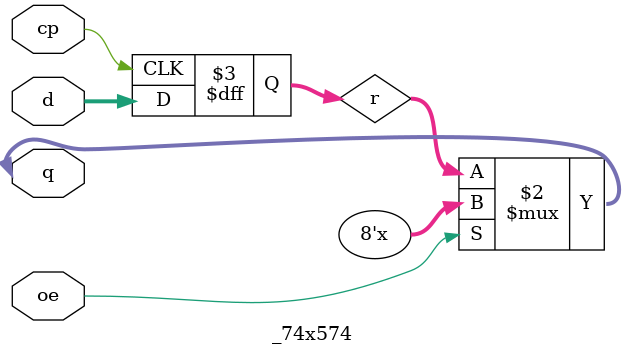
<source format=v>
module _74x574(
    input oe,       // Output Enable (Active LOW)
    input cp,       // Clock
    input [7:0] d,  // Data Inputs
    inout [7:0] q   // Data Outputs
);

    reg [7:0] r;

    always @(posedge cp) begin
        r <= d;
    end

    assign q = oe ? 8'bzzzzzzzz : r;

endmodule
</source>
